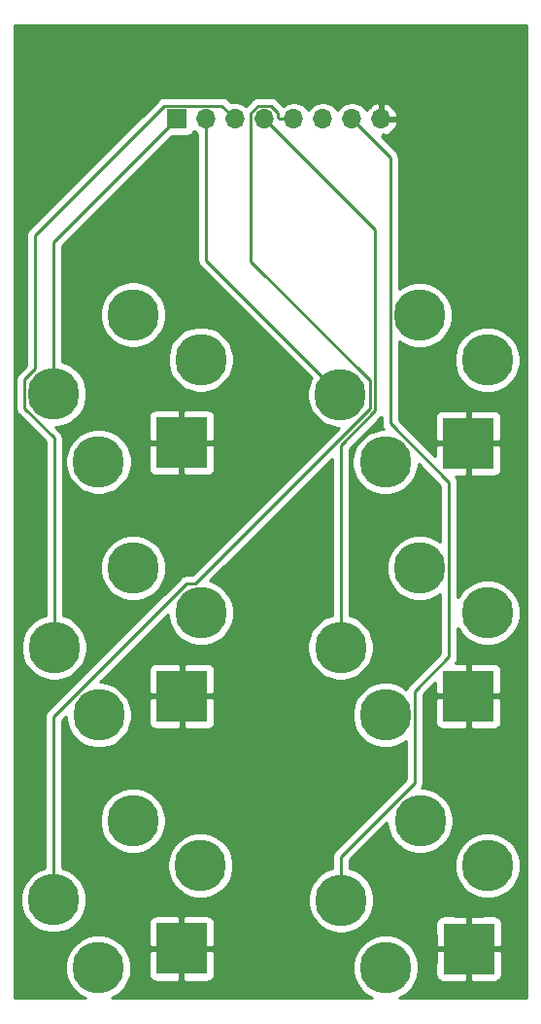
<source format=gbr>
%TF.GenerationSoftware,KiCad,Pcbnew,(5.1.9)-1*%
%TF.CreationDate,2021-08-22T21:38:48+01:00*%
%TF.ProjectId,Simple mixer jack panel,53696d70-6c65-4206-9d69-786572206a61,rev?*%
%TF.SameCoordinates,Original*%
%TF.FileFunction,Copper,L1,Top*%
%TF.FilePolarity,Positive*%
%FSLAX46Y46*%
G04 Gerber Fmt 4.6, Leading zero omitted, Abs format (unit mm)*
G04 Created by KiCad (PCBNEW (5.1.9)-1) date 2021-08-22 21:38:48*
%MOMM*%
%LPD*%
G01*
G04 APERTURE LIST*
%TA.AperFunction,ComponentPad*%
%ADD10C,4.500000*%
%TD*%
%TA.AperFunction,ComponentPad*%
%ADD11R,4.500001X4.500001*%
%TD*%
%TA.AperFunction,ComponentPad*%
%ADD12C,4.500001*%
%TD*%
%TA.AperFunction,ComponentPad*%
%ADD13R,1.700000X1.700000*%
%TD*%
%TA.AperFunction,ComponentPad*%
%ADD14O,1.700000X1.700000*%
%TD*%
%TA.AperFunction,Conductor*%
%ADD15C,0.250000*%
%TD*%
%TA.AperFunction,Conductor*%
%ADD16C,0.254000*%
%TD*%
%TA.AperFunction,Conductor*%
%ADD17C,0.100000*%
%TD*%
G04 APERTURE END LIST*
D10*
%TO.P,J1,T*%
%TO.N,/in1*%
X22610000Y-76650000D03*
D11*
%TO.P,J1,S*%
%TO.N,GND*%
X33750000Y-80890000D03*
D12*
%TO.P,J1,R*%
%TO.N,N/C*%
X29510000Y-69750000D03*
D10*
%TO.P,J1,TN*%
X26510000Y-82550000D03*
D12*
%TO.P,J1,RN*%
X35410000Y-73650000D03*
%TD*%
%TO.P,J2,RN*%
%TO.N,N/C*%
X60390000Y-73700000D03*
D10*
%TO.P,J2,TN*%
X51490000Y-82600000D03*
D12*
%TO.P,J2,R*%
X54490000Y-69800000D03*
D11*
%TO.P,J2,S*%
%TO.N,GND*%
X58730000Y-80940000D03*
D10*
%TO.P,J2,T*%
%TO.N,/in2*%
X47590000Y-76700000D03*
%TD*%
%TO.P,J3,T*%
%TO.N,/in3*%
X22630000Y-98720000D03*
D11*
%TO.P,J3,S*%
%TO.N,GND*%
X33770000Y-102960000D03*
D12*
%TO.P,J3,R*%
%TO.N,N/C*%
X29530000Y-91820000D03*
D10*
%TO.P,J3,TN*%
X26530000Y-104620000D03*
D12*
%TO.P,J3,RN*%
X35430000Y-95720000D03*
%TD*%
%TO.P,J4,RN*%
%TO.N,N/C*%
X60400000Y-95710000D03*
D10*
%TO.P,J4,TN*%
X51500000Y-104610000D03*
D12*
%TO.P,J4,R*%
X54500000Y-91810000D03*
D11*
%TO.P,J4,S*%
%TO.N,GND*%
X58740000Y-102950000D03*
D10*
%TO.P,J4,T*%
%TO.N,/in4*%
X47600000Y-98710000D03*
%TD*%
%TO.P,J5,T*%
%TO.N,/in5*%
X22590000Y-120710000D03*
D11*
%TO.P,J5,S*%
%TO.N,GND*%
X33730000Y-124950000D03*
D12*
%TO.P,J5,R*%
%TO.N,N/C*%
X29490000Y-113810000D03*
D10*
%TO.P,J5,TN*%
X26490000Y-126610000D03*
D12*
%TO.P,J5,RN*%
X35390000Y-117710000D03*
%TD*%
D13*
%TO.P,J6,1*%
%TO.N,/in1*%
X33360000Y-52730000D03*
D14*
%TO.P,J6,2*%
%TO.N,/in2*%
X35900000Y-52730000D03*
%TO.P,J6,3*%
%TO.N,/in3*%
X38440000Y-52730000D03*
%TO.P,J6,4*%
%TO.N,/in4*%
X40980000Y-52730000D03*
%TO.P,J6,5*%
%TO.N,/in5*%
X43520000Y-52730000D03*
%TO.P,J6,6*%
%TO.N,Net-(J6-Pad6)*%
X46060000Y-52730000D03*
%TO.P,J6,7*%
%TO.N,/out*%
X48600000Y-52730000D03*
%TO.P,J6,8*%
%TO.N,GND*%
X51140000Y-52730000D03*
%TD*%
D12*
%TO.P,J7,RN*%
%TO.N,N/C*%
X60440000Y-117720000D03*
D10*
%TO.P,J7,TN*%
X51540000Y-126620000D03*
D12*
%TO.P,J7,R*%
X54540000Y-113820000D03*
D11*
%TO.P,J7,S*%
%TO.N,GND*%
X58780000Y-124960000D03*
D10*
%TO.P,J7,T*%
%TO.N,/out*%
X47640000Y-120720000D03*
%TD*%
D15*
%TO.N,/in1*%
X22610000Y-63480000D02*
X22610000Y-76650000D01*
X33360000Y-52730000D02*
X22610000Y-63480000D01*
%TO.N,/in3*%
X20960011Y-62844987D02*
X20960011Y-74488987D01*
X32249999Y-51554999D02*
X20960011Y-62844987D01*
X20960011Y-74488987D02*
X20034999Y-75413999D01*
X22630000Y-80481002D02*
X22630000Y-98720000D01*
X20034999Y-75413999D02*
X20034999Y-77886001D01*
X37264999Y-51554999D02*
X32249999Y-51554999D01*
X38440000Y-52730000D02*
X37264999Y-51554999D01*
X20034999Y-77886001D02*
X22630000Y-80481002D01*
%TO.N,/in4*%
X47600000Y-81137413D02*
X47600000Y-98710000D01*
X50615012Y-78122401D02*
X47600000Y-81137413D01*
X40980000Y-52730000D02*
X50615012Y-62365012D01*
X50615012Y-62365012D02*
X50615012Y-78122401D01*
%TO.N,/in5*%
X22590000Y-104748998D02*
X22590000Y-120710000D01*
X34193999Y-93144999D02*
X22590000Y-104748998D01*
X34956003Y-93144999D02*
X34193999Y-93144999D01*
X39804999Y-65103997D02*
X50165001Y-75463999D01*
X40415999Y-51554999D02*
X39804999Y-52165999D01*
X41544001Y-51554999D02*
X40415999Y-51554999D01*
X42155001Y-52165999D02*
X41544001Y-51554999D01*
X42155001Y-52567082D02*
X42155001Y-52165999D01*
X42317919Y-52730000D02*
X42155001Y-52567082D01*
X43520000Y-52730000D02*
X42317919Y-52730000D01*
X39804999Y-52165999D02*
X39804999Y-65103997D01*
X50165001Y-77936001D02*
X34956003Y-93144999D01*
X50165001Y-75463999D02*
X50165001Y-77936001D01*
%TO.N,/in2*%
X35900000Y-65010000D02*
X47590000Y-76700000D01*
X35900000Y-52730000D02*
X35900000Y-65010000D01*
%TO.N,/out*%
X47640000Y-116908998D02*
X47640000Y-120720000D01*
X54075001Y-102529997D02*
X54075001Y-110473997D01*
X57075001Y-84373999D02*
X57075001Y-99529997D01*
X51914999Y-79213997D02*
X57075001Y-84373999D01*
X54075001Y-110473997D02*
X47640000Y-116908998D01*
X51914999Y-56044999D02*
X51914999Y-79213997D01*
X57075001Y-99529997D02*
X54075001Y-102529997D01*
X48600000Y-52730000D02*
X51914999Y-56044999D01*
%TD*%
D16*
%TO.N,GND*%
X63850001Y-129261839D02*
X52700905Y-129261839D01*
X52906560Y-129176654D01*
X53379080Y-128860926D01*
X53780926Y-128459080D01*
X54096654Y-127986560D01*
X54314131Y-127461523D01*
X54364162Y-127210000D01*
X55891928Y-127210000D01*
X55904188Y-127334482D01*
X55940498Y-127454180D01*
X55999463Y-127564494D01*
X56078815Y-127661185D01*
X56175506Y-127740537D01*
X56285820Y-127799502D01*
X56405518Y-127835812D01*
X56530000Y-127848072D01*
X58494250Y-127845000D01*
X58653000Y-127686250D01*
X58653000Y-125087000D01*
X58907000Y-125087000D01*
X58907000Y-127686250D01*
X59065750Y-127845000D01*
X61030000Y-127848072D01*
X61154482Y-127835812D01*
X61274180Y-127799502D01*
X61384494Y-127740537D01*
X61481185Y-127661185D01*
X61560537Y-127564494D01*
X61619502Y-127454180D01*
X61655812Y-127334482D01*
X61668072Y-127210000D01*
X61665000Y-125245750D01*
X61506250Y-125087000D01*
X58907000Y-125087000D01*
X58653000Y-125087000D01*
X56053750Y-125087000D01*
X55895000Y-125245750D01*
X55891928Y-127210000D01*
X54364162Y-127210000D01*
X54425000Y-126904148D01*
X54425000Y-126335852D01*
X54314131Y-125778477D01*
X54096654Y-125253440D01*
X53780926Y-124780920D01*
X53379080Y-124379074D01*
X52906560Y-124063346D01*
X52381523Y-123845869D01*
X51824148Y-123735000D01*
X51255852Y-123735000D01*
X50698477Y-123845869D01*
X50173440Y-124063346D01*
X49700920Y-124379074D01*
X49299074Y-124780920D01*
X48983346Y-125253440D01*
X48765869Y-125778477D01*
X48655000Y-126335852D01*
X48655000Y-126904148D01*
X48765869Y-127461523D01*
X48983346Y-127986560D01*
X49299074Y-128459080D01*
X49700920Y-128860926D01*
X50173440Y-129176654D01*
X50379095Y-129261839D01*
X27626763Y-129261839D01*
X27856560Y-129166654D01*
X28329080Y-128850926D01*
X28730926Y-128449080D01*
X29046654Y-127976560D01*
X29264131Y-127451523D01*
X29314162Y-127200000D01*
X30841928Y-127200000D01*
X30854188Y-127324482D01*
X30890498Y-127444180D01*
X30949463Y-127554494D01*
X31028815Y-127651185D01*
X31125506Y-127730537D01*
X31235820Y-127789502D01*
X31355518Y-127825812D01*
X31480000Y-127838072D01*
X33444250Y-127835000D01*
X33603000Y-127676250D01*
X33603000Y-125077000D01*
X33857000Y-125077000D01*
X33857000Y-127676250D01*
X34015750Y-127835000D01*
X35980000Y-127838072D01*
X36104482Y-127825812D01*
X36224180Y-127789502D01*
X36334494Y-127730537D01*
X36431185Y-127651185D01*
X36510537Y-127554494D01*
X36569502Y-127444180D01*
X36605812Y-127324482D01*
X36618072Y-127200000D01*
X36615000Y-125235750D01*
X36456250Y-125077000D01*
X33857000Y-125077000D01*
X33603000Y-125077000D01*
X31003750Y-125077000D01*
X30845000Y-125235750D01*
X30841928Y-127200000D01*
X29314162Y-127200000D01*
X29375000Y-126894148D01*
X29375000Y-126325852D01*
X29264131Y-125768477D01*
X29046654Y-125243440D01*
X28730926Y-124770920D01*
X28329080Y-124369074D01*
X27856560Y-124053346D01*
X27331523Y-123835869D01*
X26774148Y-123725000D01*
X26205852Y-123725000D01*
X25648477Y-123835869D01*
X25123440Y-124053346D01*
X24650920Y-124369074D01*
X24249074Y-124770920D01*
X23933346Y-125243440D01*
X23715869Y-125768477D01*
X23605000Y-126325852D01*
X23605000Y-126894148D01*
X23715869Y-127451523D01*
X23933346Y-127976560D01*
X24249074Y-128449080D01*
X24650920Y-128850926D01*
X25123440Y-129166654D01*
X25353237Y-129261839D01*
X19170000Y-129261839D01*
X19170000Y-75413999D01*
X19271323Y-75413999D01*
X19274999Y-75451322D01*
X19275000Y-77848669D01*
X19271323Y-77886001D01*
X19275000Y-77923334D01*
X19283949Y-78014188D01*
X19285997Y-78034986D01*
X19329453Y-78178247D01*
X19400025Y-78310277D01*
X19470229Y-78395820D01*
X19494999Y-78426002D01*
X19523997Y-78449800D01*
X21870000Y-80795804D01*
X21870001Y-95929653D01*
X21788477Y-95945869D01*
X21263440Y-96163346D01*
X20790920Y-96479074D01*
X20389074Y-96880920D01*
X20073346Y-97353440D01*
X19855869Y-97878477D01*
X19745000Y-98435852D01*
X19745000Y-99004148D01*
X19855869Y-99561523D01*
X20073346Y-100086560D01*
X20389074Y-100559080D01*
X20790920Y-100960926D01*
X21263440Y-101276654D01*
X21788477Y-101494131D01*
X22345852Y-101605000D01*
X22914148Y-101605000D01*
X23471523Y-101494131D01*
X23996560Y-101276654D01*
X24469080Y-100960926D01*
X24870926Y-100559080D01*
X25186654Y-100086560D01*
X25404131Y-99561523D01*
X25515000Y-99004148D01*
X25515000Y-98435852D01*
X25404131Y-97878477D01*
X25186654Y-97353440D01*
X24870926Y-96880920D01*
X24469080Y-96479074D01*
X23996560Y-96163346D01*
X23471523Y-95945869D01*
X23390000Y-95929653D01*
X23390000Y-91535852D01*
X26645000Y-91535852D01*
X26645000Y-92104148D01*
X26755869Y-92661523D01*
X26973346Y-93186560D01*
X27289074Y-93659080D01*
X27690920Y-94060926D01*
X28163440Y-94376654D01*
X28688477Y-94594131D01*
X29245852Y-94705000D01*
X29814148Y-94705000D01*
X30371523Y-94594131D01*
X30896560Y-94376654D01*
X31369080Y-94060926D01*
X31770926Y-93659080D01*
X32086654Y-93186560D01*
X32304131Y-92661523D01*
X32415000Y-92104148D01*
X32415000Y-91535852D01*
X32304131Y-90978477D01*
X32086654Y-90453440D01*
X31770926Y-89980920D01*
X31369080Y-89579074D01*
X30896560Y-89263346D01*
X30371523Y-89045869D01*
X29814148Y-88935000D01*
X29245852Y-88935000D01*
X28688477Y-89045869D01*
X28163440Y-89263346D01*
X27690920Y-89579074D01*
X27289074Y-89980920D01*
X26973346Y-90453440D01*
X26755869Y-90978477D01*
X26645000Y-91535852D01*
X23390000Y-91535852D01*
X23390000Y-82265852D01*
X23625000Y-82265852D01*
X23625000Y-82834148D01*
X23735869Y-83391523D01*
X23953346Y-83916560D01*
X24269074Y-84389080D01*
X24670920Y-84790926D01*
X25143440Y-85106654D01*
X25668477Y-85324131D01*
X26225852Y-85435000D01*
X26794148Y-85435000D01*
X27351523Y-85324131D01*
X27876560Y-85106654D01*
X28349080Y-84790926D01*
X28750926Y-84389080D01*
X29066654Y-83916560D01*
X29284131Y-83391523D01*
X29334162Y-83140000D01*
X30861928Y-83140000D01*
X30874188Y-83264482D01*
X30910498Y-83384180D01*
X30969463Y-83494494D01*
X31048815Y-83591185D01*
X31145506Y-83670537D01*
X31255820Y-83729502D01*
X31375518Y-83765812D01*
X31500000Y-83778072D01*
X33464250Y-83775000D01*
X33623000Y-83616250D01*
X33623000Y-81017000D01*
X33877000Y-81017000D01*
X33877000Y-83616250D01*
X34035750Y-83775000D01*
X36000000Y-83778072D01*
X36124482Y-83765812D01*
X36244180Y-83729502D01*
X36354494Y-83670537D01*
X36451185Y-83591185D01*
X36530537Y-83494494D01*
X36589502Y-83384180D01*
X36625812Y-83264482D01*
X36638072Y-83140000D01*
X36635000Y-81175750D01*
X36476250Y-81017000D01*
X33877000Y-81017000D01*
X33623000Y-81017000D01*
X31023750Y-81017000D01*
X30865000Y-81175750D01*
X30861928Y-83140000D01*
X29334162Y-83140000D01*
X29395000Y-82834148D01*
X29395000Y-82265852D01*
X29284131Y-81708477D01*
X29066654Y-81183440D01*
X28750926Y-80710920D01*
X28349080Y-80309074D01*
X27876560Y-79993346D01*
X27351523Y-79775869D01*
X26794148Y-79665000D01*
X26225852Y-79665000D01*
X25668477Y-79775869D01*
X25143440Y-79993346D01*
X24670920Y-80309074D01*
X24269074Y-80710920D01*
X23953346Y-81183440D01*
X23735869Y-81708477D01*
X23625000Y-82265852D01*
X23390000Y-82265852D01*
X23390000Y-80518335D01*
X23393677Y-80481002D01*
X23379003Y-80332016D01*
X23335546Y-80188755D01*
X23264974Y-80056726D01*
X23193799Y-79969999D01*
X23170001Y-79941001D01*
X23141004Y-79917204D01*
X22758800Y-79535000D01*
X22894148Y-79535000D01*
X23451523Y-79424131D01*
X23976560Y-79206654D01*
X24449080Y-78890926D01*
X24700006Y-78640000D01*
X30861928Y-78640000D01*
X30865000Y-80604250D01*
X31023750Y-80763000D01*
X33623000Y-80763000D01*
X33623000Y-78163750D01*
X33877000Y-78163750D01*
X33877000Y-80763000D01*
X36476250Y-80763000D01*
X36635000Y-80604250D01*
X36638072Y-78640000D01*
X36625812Y-78515518D01*
X36589502Y-78395820D01*
X36530537Y-78285506D01*
X36451185Y-78188815D01*
X36354494Y-78109463D01*
X36244180Y-78050498D01*
X36124482Y-78014188D01*
X36000000Y-78001928D01*
X34035750Y-78005000D01*
X33877000Y-78163750D01*
X33623000Y-78163750D01*
X33464250Y-78005000D01*
X31500000Y-78001928D01*
X31375518Y-78014188D01*
X31255820Y-78050498D01*
X31145506Y-78109463D01*
X31048815Y-78188815D01*
X30969463Y-78285506D01*
X30910498Y-78395820D01*
X30874188Y-78515518D01*
X30861928Y-78640000D01*
X24700006Y-78640000D01*
X24850926Y-78489080D01*
X25166654Y-78016560D01*
X25384131Y-77491523D01*
X25495000Y-76934148D01*
X25495000Y-76365852D01*
X25384131Y-75808477D01*
X25166654Y-75283440D01*
X24850926Y-74810920D01*
X24449080Y-74409074D01*
X23976560Y-74093346D01*
X23451523Y-73875869D01*
X23370000Y-73859653D01*
X23370000Y-73365852D01*
X32525000Y-73365852D01*
X32525000Y-73934148D01*
X32635869Y-74491523D01*
X32853346Y-75016560D01*
X33169074Y-75489080D01*
X33570920Y-75890926D01*
X34043440Y-76206654D01*
X34568477Y-76424131D01*
X35125852Y-76535000D01*
X35694148Y-76535000D01*
X36251523Y-76424131D01*
X36776560Y-76206654D01*
X37249080Y-75890926D01*
X37650926Y-75489080D01*
X37966654Y-75016560D01*
X38184131Y-74491523D01*
X38295000Y-73934148D01*
X38295000Y-73365852D01*
X38184131Y-72808477D01*
X37966654Y-72283440D01*
X37650926Y-71810920D01*
X37249080Y-71409074D01*
X36776560Y-71093346D01*
X36251523Y-70875869D01*
X35694148Y-70765000D01*
X35125852Y-70765000D01*
X34568477Y-70875869D01*
X34043440Y-71093346D01*
X33570920Y-71409074D01*
X33169074Y-71810920D01*
X32853346Y-72283440D01*
X32635869Y-72808477D01*
X32525000Y-73365852D01*
X23370000Y-73365852D01*
X23370000Y-69465852D01*
X26625000Y-69465852D01*
X26625000Y-70034148D01*
X26735869Y-70591523D01*
X26953346Y-71116560D01*
X27269074Y-71589080D01*
X27670920Y-71990926D01*
X28143440Y-72306654D01*
X28668477Y-72524131D01*
X29225852Y-72635000D01*
X29794148Y-72635000D01*
X30351523Y-72524131D01*
X30876560Y-72306654D01*
X31349080Y-71990926D01*
X31750926Y-71589080D01*
X32066654Y-71116560D01*
X32284131Y-70591523D01*
X32395000Y-70034148D01*
X32395000Y-69465852D01*
X32284131Y-68908477D01*
X32066654Y-68383440D01*
X31750926Y-67910920D01*
X31349080Y-67509074D01*
X30876560Y-67193346D01*
X30351523Y-66975869D01*
X29794148Y-66865000D01*
X29225852Y-66865000D01*
X28668477Y-66975869D01*
X28143440Y-67193346D01*
X27670920Y-67509074D01*
X27269074Y-67910920D01*
X26953346Y-68383440D01*
X26735869Y-68908477D01*
X26625000Y-69465852D01*
X23370000Y-69465852D01*
X23370000Y-63794801D01*
X32946730Y-54218072D01*
X34210000Y-54218072D01*
X34334482Y-54205812D01*
X34454180Y-54169502D01*
X34564494Y-54110537D01*
X34661185Y-54031185D01*
X34740537Y-53934494D01*
X34799502Y-53824180D01*
X34821513Y-53751620D01*
X34953368Y-53883475D01*
X35140000Y-54008179D01*
X35140001Y-64972668D01*
X35136324Y-65010000D01*
X35150998Y-65158985D01*
X35194454Y-65302246D01*
X35265026Y-65434276D01*
X35336201Y-65521002D01*
X35360000Y-65550001D01*
X35388998Y-65573799D01*
X45079526Y-75264327D01*
X45033346Y-75333440D01*
X44815869Y-75858477D01*
X44705000Y-76415852D01*
X44705000Y-76984148D01*
X44815869Y-77541523D01*
X45033346Y-78066560D01*
X45349074Y-78539080D01*
X45750920Y-78940926D01*
X46223440Y-79256654D01*
X46748477Y-79474131D01*
X47305852Y-79585000D01*
X47441200Y-79585000D01*
X34641202Y-92384999D01*
X34231324Y-92384999D01*
X34193999Y-92381323D01*
X34156674Y-92384999D01*
X34156666Y-92384999D01*
X34045013Y-92395996D01*
X33901752Y-92439453D01*
X33769723Y-92510025D01*
X33653998Y-92604998D01*
X33630200Y-92633996D01*
X22079003Y-104185194D01*
X22049999Y-104208997D01*
X21994871Y-104276172D01*
X21955026Y-104324722D01*
X21949077Y-104335852D01*
X21884454Y-104456752D01*
X21840997Y-104600013D01*
X21830000Y-104711666D01*
X21830000Y-104711676D01*
X21826324Y-104748998D01*
X21830000Y-104786320D01*
X21830001Y-117919653D01*
X21748477Y-117935869D01*
X21223440Y-118153346D01*
X20750920Y-118469074D01*
X20349074Y-118870920D01*
X20033346Y-119343440D01*
X19815869Y-119868477D01*
X19705000Y-120425852D01*
X19705000Y-120994148D01*
X19815869Y-121551523D01*
X20033346Y-122076560D01*
X20349074Y-122549080D01*
X20750920Y-122950926D01*
X21223440Y-123266654D01*
X21748477Y-123484131D01*
X22305852Y-123595000D01*
X22874148Y-123595000D01*
X23431523Y-123484131D01*
X23956560Y-123266654D01*
X24429080Y-122950926D01*
X24680006Y-122700000D01*
X30841928Y-122700000D01*
X30845000Y-124664250D01*
X31003750Y-124823000D01*
X33603000Y-124823000D01*
X33603000Y-122223750D01*
X33857000Y-122223750D01*
X33857000Y-124823000D01*
X36456250Y-124823000D01*
X36615000Y-124664250D01*
X36618072Y-122700000D01*
X36605812Y-122575518D01*
X36569502Y-122455820D01*
X36510537Y-122345506D01*
X36431185Y-122248815D01*
X36334494Y-122169463D01*
X36224180Y-122110498D01*
X36104482Y-122074188D01*
X35980000Y-122061928D01*
X34015750Y-122065000D01*
X33857000Y-122223750D01*
X33603000Y-122223750D01*
X33444250Y-122065000D01*
X31480000Y-122061928D01*
X31355518Y-122074188D01*
X31235820Y-122110498D01*
X31125506Y-122169463D01*
X31028815Y-122248815D01*
X30949463Y-122345506D01*
X30890498Y-122455820D01*
X30854188Y-122575518D01*
X30841928Y-122700000D01*
X24680006Y-122700000D01*
X24830926Y-122549080D01*
X25146654Y-122076560D01*
X25364131Y-121551523D01*
X25475000Y-120994148D01*
X25475000Y-120425852D01*
X25364131Y-119868477D01*
X25146654Y-119343440D01*
X24830926Y-118870920D01*
X24429080Y-118469074D01*
X23956560Y-118153346D01*
X23431523Y-117935869D01*
X23350000Y-117919653D01*
X23350000Y-117425852D01*
X32505000Y-117425852D01*
X32505000Y-117994148D01*
X32615869Y-118551523D01*
X32833346Y-119076560D01*
X33149074Y-119549080D01*
X33550920Y-119950926D01*
X34023440Y-120266654D01*
X34548477Y-120484131D01*
X35105852Y-120595000D01*
X35674148Y-120595000D01*
X36231523Y-120484131D01*
X36756560Y-120266654D01*
X37229080Y-119950926D01*
X37630926Y-119549080D01*
X37946654Y-119076560D01*
X38164131Y-118551523D01*
X38275000Y-117994148D01*
X38275000Y-117425852D01*
X38164131Y-116868477D01*
X37946654Y-116343440D01*
X37630926Y-115870920D01*
X37229080Y-115469074D01*
X36756560Y-115153346D01*
X36231523Y-114935869D01*
X35674148Y-114825000D01*
X35105852Y-114825000D01*
X34548477Y-114935869D01*
X34023440Y-115153346D01*
X33550920Y-115469074D01*
X33149074Y-115870920D01*
X32833346Y-116343440D01*
X32615869Y-116868477D01*
X32505000Y-117425852D01*
X23350000Y-117425852D01*
X23350000Y-113525852D01*
X26605000Y-113525852D01*
X26605000Y-114094148D01*
X26715869Y-114651523D01*
X26933346Y-115176560D01*
X27249074Y-115649080D01*
X27650920Y-116050926D01*
X28123440Y-116366654D01*
X28648477Y-116584131D01*
X29205852Y-116695000D01*
X29774148Y-116695000D01*
X30331523Y-116584131D01*
X30856560Y-116366654D01*
X31329080Y-116050926D01*
X31730926Y-115649080D01*
X32046654Y-115176560D01*
X32264131Y-114651523D01*
X32375000Y-114094148D01*
X32375000Y-113525852D01*
X32264131Y-112968477D01*
X32046654Y-112443440D01*
X31730926Y-111970920D01*
X31329080Y-111569074D01*
X30856560Y-111253346D01*
X30331523Y-111035869D01*
X29774148Y-110925000D01*
X29205852Y-110925000D01*
X28648477Y-111035869D01*
X28123440Y-111253346D01*
X27650920Y-111569074D01*
X27249074Y-111970920D01*
X26933346Y-112443440D01*
X26715869Y-112968477D01*
X26605000Y-113525852D01*
X23350000Y-113525852D01*
X23350000Y-105063799D01*
X23645000Y-104768799D01*
X23645000Y-104904148D01*
X23755869Y-105461523D01*
X23973346Y-105986560D01*
X24289074Y-106459080D01*
X24690920Y-106860926D01*
X25163440Y-107176654D01*
X25688477Y-107394131D01*
X26245852Y-107505000D01*
X26814148Y-107505000D01*
X27371523Y-107394131D01*
X27896560Y-107176654D01*
X28369080Y-106860926D01*
X28770926Y-106459080D01*
X29086654Y-105986560D01*
X29304131Y-105461523D01*
X29354162Y-105210000D01*
X30881928Y-105210000D01*
X30894188Y-105334482D01*
X30930498Y-105454180D01*
X30989463Y-105564494D01*
X31068815Y-105661185D01*
X31165506Y-105740537D01*
X31275820Y-105799502D01*
X31395518Y-105835812D01*
X31520000Y-105848072D01*
X33484250Y-105845000D01*
X33643000Y-105686250D01*
X33643000Y-103087000D01*
X33897000Y-103087000D01*
X33897000Y-105686250D01*
X34055750Y-105845000D01*
X36020000Y-105848072D01*
X36144482Y-105835812D01*
X36264180Y-105799502D01*
X36374494Y-105740537D01*
X36471185Y-105661185D01*
X36550537Y-105564494D01*
X36609502Y-105454180D01*
X36645812Y-105334482D01*
X36658072Y-105210000D01*
X36655000Y-103245750D01*
X36496250Y-103087000D01*
X33897000Y-103087000D01*
X33643000Y-103087000D01*
X31043750Y-103087000D01*
X30885000Y-103245750D01*
X30881928Y-105210000D01*
X29354162Y-105210000D01*
X29415000Y-104904148D01*
X29415000Y-104335852D01*
X29304131Y-103778477D01*
X29086654Y-103253440D01*
X28770926Y-102780920D01*
X28369080Y-102379074D01*
X27896560Y-102063346D01*
X27371523Y-101845869D01*
X26814148Y-101735000D01*
X26678799Y-101735000D01*
X27703799Y-100710000D01*
X30881928Y-100710000D01*
X30885000Y-102674250D01*
X31043750Y-102833000D01*
X33643000Y-102833000D01*
X33643000Y-100233750D01*
X33897000Y-100233750D01*
X33897000Y-102833000D01*
X36496250Y-102833000D01*
X36655000Y-102674250D01*
X36658072Y-100710000D01*
X36645812Y-100585518D01*
X36609502Y-100465820D01*
X36550537Y-100355506D01*
X36471185Y-100258815D01*
X36374494Y-100179463D01*
X36264180Y-100120498D01*
X36144482Y-100084188D01*
X36020000Y-100071928D01*
X34055750Y-100075000D01*
X33897000Y-100233750D01*
X33643000Y-100233750D01*
X33484250Y-100075000D01*
X31520000Y-100071928D01*
X31395518Y-100084188D01*
X31275820Y-100120498D01*
X31165506Y-100179463D01*
X31068815Y-100258815D01*
X30989463Y-100355506D01*
X30930498Y-100465820D01*
X30894188Y-100585518D01*
X30881928Y-100710000D01*
X27703799Y-100710000D01*
X32545000Y-95868800D01*
X32545000Y-96004148D01*
X32655869Y-96561523D01*
X32873346Y-97086560D01*
X33189074Y-97559080D01*
X33590920Y-97960926D01*
X34063440Y-98276654D01*
X34588477Y-98494131D01*
X35145852Y-98605000D01*
X35714148Y-98605000D01*
X36271523Y-98494131D01*
X36796560Y-98276654D01*
X37269080Y-97960926D01*
X37670926Y-97559080D01*
X37986654Y-97086560D01*
X38204131Y-96561523D01*
X38315000Y-96004148D01*
X38315000Y-95435852D01*
X38204131Y-94878477D01*
X37986654Y-94353440D01*
X37670926Y-93880920D01*
X37269080Y-93479074D01*
X36796560Y-93163346D01*
X36271523Y-92945869D01*
X36236834Y-92938969D01*
X46840000Y-82335804D01*
X46840001Y-95919653D01*
X46758477Y-95935869D01*
X46233440Y-96153346D01*
X45760920Y-96469074D01*
X45359074Y-96870920D01*
X45043346Y-97343440D01*
X44825869Y-97868477D01*
X44715000Y-98425852D01*
X44715000Y-98994148D01*
X44825869Y-99551523D01*
X45043346Y-100076560D01*
X45359074Y-100549080D01*
X45760920Y-100950926D01*
X46233440Y-101266654D01*
X46758477Y-101484131D01*
X47315852Y-101595000D01*
X47884148Y-101595000D01*
X48441523Y-101484131D01*
X48966560Y-101266654D01*
X49439080Y-100950926D01*
X49840926Y-100549080D01*
X50156654Y-100076560D01*
X50374131Y-99551523D01*
X50485000Y-98994148D01*
X50485000Y-98425852D01*
X50374131Y-97868477D01*
X50156654Y-97343440D01*
X49840926Y-96870920D01*
X49439080Y-96469074D01*
X48966560Y-96153346D01*
X48441523Y-95935869D01*
X48360000Y-95919653D01*
X48360000Y-81452214D01*
X51126015Y-78686200D01*
X51155000Y-78662413D01*
X51155000Y-79176664D01*
X51151323Y-79213997D01*
X51165997Y-79362982D01*
X51209453Y-79506243D01*
X51280025Y-79638273D01*
X51301960Y-79665000D01*
X51342994Y-79715000D01*
X51205852Y-79715000D01*
X50648477Y-79825869D01*
X50123440Y-80043346D01*
X49650920Y-80359074D01*
X49249074Y-80760920D01*
X48933346Y-81233440D01*
X48715869Y-81758477D01*
X48605000Y-82315852D01*
X48605000Y-82884148D01*
X48715869Y-83441523D01*
X48933346Y-83966560D01*
X49249074Y-84439080D01*
X49650920Y-84840926D01*
X50123440Y-85156654D01*
X50648477Y-85374131D01*
X51205852Y-85485000D01*
X51774148Y-85485000D01*
X52331523Y-85374131D01*
X52856560Y-85156654D01*
X53329080Y-84840926D01*
X53730926Y-84439080D01*
X54046654Y-83966560D01*
X54264131Y-83441523D01*
X54375000Y-82884148D01*
X54375000Y-82748800D01*
X56315001Y-84688801D01*
X56315001Y-89552985D01*
X55866560Y-89253346D01*
X55341523Y-89035869D01*
X54784148Y-88925000D01*
X54215852Y-88925000D01*
X53658477Y-89035869D01*
X53133440Y-89253346D01*
X52660920Y-89569074D01*
X52259074Y-89970920D01*
X51943346Y-90443440D01*
X51725869Y-90968477D01*
X51615000Y-91525852D01*
X51615000Y-92094148D01*
X51725869Y-92651523D01*
X51943346Y-93176560D01*
X52259074Y-93649080D01*
X52660920Y-94050926D01*
X53133440Y-94366654D01*
X53658477Y-94584131D01*
X54215852Y-94695000D01*
X54784148Y-94695000D01*
X55341523Y-94584131D01*
X55866560Y-94366654D01*
X56315002Y-94067015D01*
X56315002Y-99215194D01*
X53564004Y-101966193D01*
X53535000Y-101989996D01*
X53479872Y-102057171D01*
X53440027Y-102105721D01*
X53369456Y-102237750D01*
X53369455Y-102237751D01*
X53331214Y-102363818D01*
X52866560Y-102053346D01*
X52341523Y-101835869D01*
X51784148Y-101725000D01*
X51215852Y-101725000D01*
X50658477Y-101835869D01*
X50133440Y-102053346D01*
X49660920Y-102369074D01*
X49259074Y-102770920D01*
X48943346Y-103243440D01*
X48725869Y-103768477D01*
X48615000Y-104325852D01*
X48615000Y-104894148D01*
X48725869Y-105451523D01*
X48943346Y-105976560D01*
X49259074Y-106449080D01*
X49660920Y-106850926D01*
X50133440Y-107166654D01*
X50658477Y-107384131D01*
X51215852Y-107495000D01*
X51784148Y-107495000D01*
X52341523Y-107384131D01*
X52866560Y-107166654D01*
X53315002Y-106867015D01*
X53315002Y-110159194D01*
X47129003Y-116345194D01*
X47099999Y-116368997D01*
X47044871Y-116436172D01*
X47005026Y-116484722D01*
X46946545Y-116594131D01*
X46934454Y-116616752D01*
X46890997Y-116760013D01*
X46880000Y-116871666D01*
X46880000Y-116871676D01*
X46876324Y-116908998D01*
X46880000Y-116946321D01*
X46880000Y-117929653D01*
X46798477Y-117945869D01*
X46273440Y-118163346D01*
X45800920Y-118479074D01*
X45399074Y-118880920D01*
X45083346Y-119353440D01*
X44865869Y-119878477D01*
X44755000Y-120435852D01*
X44755000Y-121004148D01*
X44865869Y-121561523D01*
X45083346Y-122086560D01*
X45399074Y-122559080D01*
X45800920Y-122960926D01*
X46273440Y-123276654D01*
X46798477Y-123494131D01*
X47355852Y-123605000D01*
X47924148Y-123605000D01*
X48481523Y-123494131D01*
X49006560Y-123276654D01*
X49479080Y-122960926D01*
X49730006Y-122710000D01*
X55891928Y-122710000D01*
X55895000Y-124674250D01*
X56053750Y-124833000D01*
X58653000Y-124833000D01*
X58653000Y-122233750D01*
X58907000Y-122233750D01*
X58907000Y-124833000D01*
X61506250Y-124833000D01*
X61665000Y-124674250D01*
X61668072Y-122710000D01*
X61655812Y-122585518D01*
X61619502Y-122465820D01*
X61560537Y-122355506D01*
X61481185Y-122258815D01*
X61384494Y-122179463D01*
X61274180Y-122120498D01*
X61154482Y-122084188D01*
X61030000Y-122071928D01*
X59065750Y-122075000D01*
X58907000Y-122233750D01*
X58653000Y-122233750D01*
X58494250Y-122075000D01*
X56530000Y-122071928D01*
X56405518Y-122084188D01*
X56285820Y-122120498D01*
X56175506Y-122179463D01*
X56078815Y-122258815D01*
X55999463Y-122355506D01*
X55940498Y-122465820D01*
X55904188Y-122585518D01*
X55891928Y-122710000D01*
X49730006Y-122710000D01*
X49880926Y-122559080D01*
X50196654Y-122086560D01*
X50414131Y-121561523D01*
X50525000Y-121004148D01*
X50525000Y-120435852D01*
X50414131Y-119878477D01*
X50196654Y-119353440D01*
X49880926Y-118880920D01*
X49479080Y-118479074D01*
X49006560Y-118163346D01*
X48481523Y-117945869D01*
X48400000Y-117929653D01*
X48400000Y-117435852D01*
X57555000Y-117435852D01*
X57555000Y-118004148D01*
X57665869Y-118561523D01*
X57883346Y-119086560D01*
X58199074Y-119559080D01*
X58600920Y-119960926D01*
X59073440Y-120276654D01*
X59598477Y-120494131D01*
X60155852Y-120605000D01*
X60724148Y-120605000D01*
X61281523Y-120494131D01*
X61806560Y-120276654D01*
X62279080Y-119960926D01*
X62680926Y-119559080D01*
X62996654Y-119086560D01*
X63214131Y-118561523D01*
X63325000Y-118004148D01*
X63325000Y-117435852D01*
X63214131Y-116878477D01*
X62996654Y-116353440D01*
X62680926Y-115880920D01*
X62279080Y-115479074D01*
X61806560Y-115163346D01*
X61281523Y-114945869D01*
X60724148Y-114835000D01*
X60155852Y-114835000D01*
X59598477Y-114945869D01*
X59073440Y-115163346D01*
X58600920Y-115479074D01*
X58199074Y-115880920D01*
X57883346Y-116353440D01*
X57665869Y-116878477D01*
X57555000Y-117435852D01*
X48400000Y-117435852D01*
X48400000Y-117223799D01*
X51655000Y-113968800D01*
X51655000Y-114104148D01*
X51765869Y-114661523D01*
X51983346Y-115186560D01*
X52299074Y-115659080D01*
X52700920Y-116060926D01*
X53173440Y-116376654D01*
X53698477Y-116594131D01*
X54255852Y-116705000D01*
X54824148Y-116705000D01*
X55381523Y-116594131D01*
X55906560Y-116376654D01*
X56379080Y-116060926D01*
X56780926Y-115659080D01*
X57096654Y-115186560D01*
X57314131Y-114661523D01*
X57425000Y-114104148D01*
X57425000Y-113535852D01*
X57314131Y-112978477D01*
X57096654Y-112453440D01*
X56780926Y-111980920D01*
X56379080Y-111579074D01*
X55906560Y-111263346D01*
X55381523Y-111045869D01*
X54824148Y-110935000D01*
X54679834Y-110935000D01*
X54709975Y-110898273D01*
X54780547Y-110766244D01*
X54824004Y-110622983D01*
X54835001Y-110511330D01*
X54835001Y-110511322D01*
X54838677Y-110473997D01*
X54835001Y-110436672D01*
X54835001Y-105200000D01*
X55851928Y-105200000D01*
X55864188Y-105324482D01*
X55900498Y-105444180D01*
X55959463Y-105554494D01*
X56038815Y-105651185D01*
X56135506Y-105730537D01*
X56245820Y-105789502D01*
X56365518Y-105825812D01*
X56490000Y-105838072D01*
X58454250Y-105835000D01*
X58613000Y-105676250D01*
X58613000Y-103077000D01*
X58867000Y-103077000D01*
X58867000Y-105676250D01*
X59025750Y-105835000D01*
X60990000Y-105838072D01*
X61114482Y-105825812D01*
X61234180Y-105789502D01*
X61344494Y-105730537D01*
X61441185Y-105651185D01*
X61520537Y-105554494D01*
X61579502Y-105444180D01*
X61615812Y-105324482D01*
X61628072Y-105200000D01*
X61625000Y-103235750D01*
X61466250Y-103077000D01*
X58867000Y-103077000D01*
X58613000Y-103077000D01*
X56013750Y-103077000D01*
X55855000Y-103235750D01*
X55851928Y-105200000D01*
X54835001Y-105200000D01*
X54835001Y-102844798D01*
X55853689Y-101826110D01*
X55855000Y-102664250D01*
X56013750Y-102823000D01*
X58613000Y-102823000D01*
X58613000Y-100223750D01*
X58867000Y-100223750D01*
X58867000Y-102823000D01*
X61466250Y-102823000D01*
X61625000Y-102664250D01*
X61628072Y-100700000D01*
X61615812Y-100575518D01*
X61579502Y-100455820D01*
X61520537Y-100345506D01*
X61441185Y-100248815D01*
X61344494Y-100169463D01*
X61234180Y-100110498D01*
X61114482Y-100074188D01*
X60990000Y-100061928D01*
X59025750Y-100065000D01*
X58867000Y-100223750D01*
X58613000Y-100223750D01*
X58454250Y-100065000D01*
X57620174Y-100063696D01*
X57709975Y-99954273D01*
X57780547Y-99822244D01*
X57824004Y-99678983D01*
X57835001Y-99567330D01*
X57835001Y-99567322D01*
X57838677Y-99529997D01*
X57835001Y-99492672D01*
X57835001Y-97056413D01*
X57843346Y-97076560D01*
X58159074Y-97549080D01*
X58560920Y-97950926D01*
X59033440Y-98266654D01*
X59558477Y-98484131D01*
X60115852Y-98595000D01*
X60684148Y-98595000D01*
X61241523Y-98484131D01*
X61766560Y-98266654D01*
X62239080Y-97950926D01*
X62640926Y-97549080D01*
X62956654Y-97076560D01*
X63174131Y-96551523D01*
X63285000Y-95994148D01*
X63285000Y-95425852D01*
X63174131Y-94868477D01*
X62956654Y-94343440D01*
X62640926Y-93870920D01*
X62239080Y-93469074D01*
X61766560Y-93153346D01*
X61241523Y-92935869D01*
X60684148Y-92825000D01*
X60115852Y-92825000D01*
X59558477Y-92935869D01*
X59033440Y-93153346D01*
X58560920Y-93469074D01*
X58159074Y-93870920D01*
X57843346Y-94343440D01*
X57835001Y-94363587D01*
X57835001Y-84411322D01*
X57838677Y-84373999D01*
X57835001Y-84336676D01*
X57835001Y-84336666D01*
X57824004Y-84225013D01*
X57780547Y-84081752D01*
X57709975Y-83949723D01*
X57615002Y-83833998D01*
X57605636Y-83826312D01*
X58444250Y-83825000D01*
X58603000Y-83666250D01*
X58603000Y-81067000D01*
X58857000Y-81067000D01*
X58857000Y-83666250D01*
X59015750Y-83825000D01*
X60980000Y-83828072D01*
X61104482Y-83815812D01*
X61224180Y-83779502D01*
X61334494Y-83720537D01*
X61431185Y-83641185D01*
X61510537Y-83544494D01*
X61569502Y-83434180D01*
X61605812Y-83314482D01*
X61618072Y-83190000D01*
X61615000Y-81225750D01*
X61456250Y-81067000D01*
X58857000Y-81067000D01*
X58603000Y-81067000D01*
X56003750Y-81067000D01*
X55845000Y-81225750D01*
X55843683Y-82067879D01*
X52674999Y-78899196D01*
X52674999Y-78690000D01*
X55841928Y-78690000D01*
X55845000Y-80654250D01*
X56003750Y-80813000D01*
X58603000Y-80813000D01*
X58603000Y-78213750D01*
X58857000Y-78213750D01*
X58857000Y-80813000D01*
X61456250Y-80813000D01*
X61615000Y-80654250D01*
X61618072Y-78690000D01*
X61605812Y-78565518D01*
X61569502Y-78445820D01*
X61510537Y-78335506D01*
X61431185Y-78238815D01*
X61334494Y-78159463D01*
X61224180Y-78100498D01*
X61104482Y-78064188D01*
X60980000Y-78051928D01*
X59015750Y-78055000D01*
X58857000Y-78213750D01*
X58603000Y-78213750D01*
X58444250Y-78055000D01*
X56480000Y-78051928D01*
X56355518Y-78064188D01*
X56235820Y-78100498D01*
X56125506Y-78159463D01*
X56028815Y-78238815D01*
X55949463Y-78335506D01*
X55890498Y-78445820D01*
X55854188Y-78565518D01*
X55841928Y-78690000D01*
X52674999Y-78690000D01*
X52674999Y-73415852D01*
X57505000Y-73415852D01*
X57505000Y-73984148D01*
X57615869Y-74541523D01*
X57833346Y-75066560D01*
X58149074Y-75539080D01*
X58550920Y-75940926D01*
X59023440Y-76256654D01*
X59548477Y-76474131D01*
X60105852Y-76585000D01*
X60674148Y-76585000D01*
X61231523Y-76474131D01*
X61756560Y-76256654D01*
X62229080Y-75940926D01*
X62630926Y-75539080D01*
X62946654Y-75066560D01*
X63164131Y-74541523D01*
X63275000Y-73984148D01*
X63275000Y-73415852D01*
X63164131Y-72858477D01*
X62946654Y-72333440D01*
X62630926Y-71860920D01*
X62229080Y-71459074D01*
X61756560Y-71143346D01*
X61231523Y-70925869D01*
X60674148Y-70815000D01*
X60105852Y-70815000D01*
X59548477Y-70925869D01*
X59023440Y-71143346D01*
X58550920Y-71459074D01*
X58149074Y-71860920D01*
X57833346Y-72333440D01*
X57615869Y-72858477D01*
X57505000Y-73415852D01*
X52674999Y-73415852D01*
X52674999Y-72057015D01*
X53123440Y-72356654D01*
X53648477Y-72574131D01*
X54205852Y-72685000D01*
X54774148Y-72685000D01*
X55331523Y-72574131D01*
X55856560Y-72356654D01*
X56329080Y-72040926D01*
X56730926Y-71639080D01*
X57046654Y-71166560D01*
X57264131Y-70641523D01*
X57375000Y-70084148D01*
X57375000Y-69515852D01*
X57264131Y-68958477D01*
X57046654Y-68433440D01*
X56730926Y-67960920D01*
X56329080Y-67559074D01*
X55856560Y-67243346D01*
X55331523Y-67025869D01*
X54774148Y-66915000D01*
X54205852Y-66915000D01*
X53648477Y-67025869D01*
X53123440Y-67243346D01*
X52674999Y-67542985D01*
X52674999Y-56082332D01*
X52678676Y-56044999D01*
X52664002Y-55896013D01*
X52620545Y-55752752D01*
X52549973Y-55620723D01*
X52478798Y-55533996D01*
X52455000Y-55504998D01*
X52426003Y-55481201D01*
X51159801Y-54215000D01*
X51267002Y-54215000D01*
X51267002Y-54050156D01*
X51496890Y-54171476D01*
X51644099Y-54126825D01*
X51906920Y-54001641D01*
X52140269Y-53827588D01*
X52335178Y-53611355D01*
X52484157Y-53361252D01*
X52581481Y-53086891D01*
X52460814Y-52857000D01*
X51267000Y-52857000D01*
X51267000Y-52877000D01*
X51013000Y-52877000D01*
X51013000Y-52857000D01*
X50993000Y-52857000D01*
X50993000Y-52603000D01*
X51013000Y-52603000D01*
X51013000Y-51409845D01*
X51267000Y-51409845D01*
X51267000Y-52603000D01*
X52460814Y-52603000D01*
X52581481Y-52373109D01*
X52484157Y-52098748D01*
X52335178Y-51848645D01*
X52140269Y-51632412D01*
X51906920Y-51458359D01*
X51644099Y-51333175D01*
X51496890Y-51288524D01*
X51267000Y-51409845D01*
X51013000Y-51409845D01*
X50783110Y-51288524D01*
X50635901Y-51333175D01*
X50373080Y-51458359D01*
X50139731Y-51632412D01*
X49944822Y-51848645D01*
X49875195Y-51965534D01*
X49753475Y-51783368D01*
X49546632Y-51576525D01*
X49303411Y-51414010D01*
X49033158Y-51302068D01*
X48746260Y-51245000D01*
X48453740Y-51245000D01*
X48166842Y-51302068D01*
X47896589Y-51414010D01*
X47653368Y-51576525D01*
X47446525Y-51783368D01*
X47330000Y-51957760D01*
X47213475Y-51783368D01*
X47006632Y-51576525D01*
X46763411Y-51414010D01*
X46493158Y-51302068D01*
X46206260Y-51245000D01*
X45913740Y-51245000D01*
X45626842Y-51302068D01*
X45356589Y-51414010D01*
X45113368Y-51576525D01*
X44906525Y-51783368D01*
X44790000Y-51957760D01*
X44673475Y-51783368D01*
X44466632Y-51576525D01*
X44223411Y-51414010D01*
X43953158Y-51302068D01*
X43666260Y-51245000D01*
X43373740Y-51245000D01*
X43086842Y-51302068D01*
X42816589Y-51414010D01*
X42613509Y-51549704D01*
X42107804Y-51044001D01*
X42084002Y-51014998D01*
X41968277Y-50920025D01*
X41836248Y-50849453D01*
X41692987Y-50805996D01*
X41581334Y-50794999D01*
X41581323Y-50794999D01*
X41544001Y-50791323D01*
X41506679Y-50794999D01*
X40453321Y-50794999D01*
X40415998Y-50791323D01*
X40378675Y-50794999D01*
X40378666Y-50794999D01*
X40267013Y-50805996D01*
X40123752Y-50849453D01*
X39991723Y-50920025D01*
X39991721Y-50920026D01*
X39991722Y-50920026D01*
X39904995Y-50991200D01*
X39904991Y-50991204D01*
X39875998Y-51014998D01*
X39852204Y-51043991D01*
X39346492Y-51549704D01*
X39143411Y-51414010D01*
X38873158Y-51302068D01*
X38586260Y-51245000D01*
X38293740Y-51245000D01*
X38073592Y-51288791D01*
X37828803Y-51044002D01*
X37805000Y-51014998D01*
X37689275Y-50920025D01*
X37557246Y-50849453D01*
X37413985Y-50805996D01*
X37302332Y-50794999D01*
X37302321Y-50794999D01*
X37264999Y-50791323D01*
X37227677Y-50794999D01*
X32287321Y-50794999D01*
X32249998Y-50791323D01*
X32212675Y-50794999D01*
X32212666Y-50794999D01*
X32101013Y-50805996D01*
X31957752Y-50849453D01*
X31825722Y-50920025D01*
X31742082Y-50988667D01*
X31709998Y-51014998D01*
X31686200Y-51043996D01*
X20449014Y-62281183D01*
X20420010Y-62304986D01*
X20364882Y-62372161D01*
X20325037Y-62420711D01*
X20275174Y-62513998D01*
X20254465Y-62552741D01*
X20211008Y-62696002D01*
X20200011Y-62807655D01*
X20200011Y-62807665D01*
X20196335Y-62844987D01*
X20200011Y-62882309D01*
X20200012Y-74174184D01*
X19524001Y-74850196D01*
X19494998Y-74873998D01*
X19439870Y-74941173D01*
X19400025Y-74989723D01*
X19329454Y-75121752D01*
X19329453Y-75121753D01*
X19285996Y-75265014D01*
X19274999Y-75376667D01*
X19274999Y-75376677D01*
X19271323Y-75413999D01*
X19170000Y-75413999D01*
X19170000Y-44581839D01*
X63850000Y-44581839D01*
X63850001Y-129261839D01*
%TA.AperFunction,Conductor*%
D17*
G36*
X63850001Y-129261839D02*
G01*
X52700905Y-129261839D01*
X52906560Y-129176654D01*
X53379080Y-128860926D01*
X53780926Y-128459080D01*
X54096654Y-127986560D01*
X54314131Y-127461523D01*
X54364162Y-127210000D01*
X55891928Y-127210000D01*
X55904188Y-127334482D01*
X55940498Y-127454180D01*
X55999463Y-127564494D01*
X56078815Y-127661185D01*
X56175506Y-127740537D01*
X56285820Y-127799502D01*
X56405518Y-127835812D01*
X56530000Y-127848072D01*
X58494250Y-127845000D01*
X58653000Y-127686250D01*
X58653000Y-125087000D01*
X58907000Y-125087000D01*
X58907000Y-127686250D01*
X59065750Y-127845000D01*
X61030000Y-127848072D01*
X61154482Y-127835812D01*
X61274180Y-127799502D01*
X61384494Y-127740537D01*
X61481185Y-127661185D01*
X61560537Y-127564494D01*
X61619502Y-127454180D01*
X61655812Y-127334482D01*
X61668072Y-127210000D01*
X61665000Y-125245750D01*
X61506250Y-125087000D01*
X58907000Y-125087000D01*
X58653000Y-125087000D01*
X56053750Y-125087000D01*
X55895000Y-125245750D01*
X55891928Y-127210000D01*
X54364162Y-127210000D01*
X54425000Y-126904148D01*
X54425000Y-126335852D01*
X54314131Y-125778477D01*
X54096654Y-125253440D01*
X53780926Y-124780920D01*
X53379080Y-124379074D01*
X52906560Y-124063346D01*
X52381523Y-123845869D01*
X51824148Y-123735000D01*
X51255852Y-123735000D01*
X50698477Y-123845869D01*
X50173440Y-124063346D01*
X49700920Y-124379074D01*
X49299074Y-124780920D01*
X48983346Y-125253440D01*
X48765869Y-125778477D01*
X48655000Y-126335852D01*
X48655000Y-126904148D01*
X48765869Y-127461523D01*
X48983346Y-127986560D01*
X49299074Y-128459080D01*
X49700920Y-128860926D01*
X50173440Y-129176654D01*
X50379095Y-129261839D01*
X27626763Y-129261839D01*
X27856560Y-129166654D01*
X28329080Y-128850926D01*
X28730926Y-128449080D01*
X29046654Y-127976560D01*
X29264131Y-127451523D01*
X29314162Y-127200000D01*
X30841928Y-127200000D01*
X30854188Y-127324482D01*
X30890498Y-127444180D01*
X30949463Y-127554494D01*
X31028815Y-127651185D01*
X31125506Y-127730537D01*
X31235820Y-127789502D01*
X31355518Y-127825812D01*
X31480000Y-127838072D01*
X33444250Y-127835000D01*
X33603000Y-127676250D01*
X33603000Y-125077000D01*
X33857000Y-125077000D01*
X33857000Y-127676250D01*
X34015750Y-127835000D01*
X35980000Y-127838072D01*
X36104482Y-127825812D01*
X36224180Y-127789502D01*
X36334494Y-127730537D01*
X36431185Y-127651185D01*
X36510537Y-127554494D01*
X36569502Y-127444180D01*
X36605812Y-127324482D01*
X36618072Y-127200000D01*
X36615000Y-125235750D01*
X36456250Y-125077000D01*
X33857000Y-125077000D01*
X33603000Y-125077000D01*
X31003750Y-125077000D01*
X30845000Y-125235750D01*
X30841928Y-127200000D01*
X29314162Y-127200000D01*
X29375000Y-126894148D01*
X29375000Y-126325852D01*
X29264131Y-125768477D01*
X29046654Y-125243440D01*
X28730926Y-124770920D01*
X28329080Y-124369074D01*
X27856560Y-124053346D01*
X27331523Y-123835869D01*
X26774148Y-123725000D01*
X26205852Y-123725000D01*
X25648477Y-123835869D01*
X25123440Y-124053346D01*
X24650920Y-124369074D01*
X24249074Y-124770920D01*
X23933346Y-125243440D01*
X23715869Y-125768477D01*
X23605000Y-126325852D01*
X23605000Y-126894148D01*
X23715869Y-127451523D01*
X23933346Y-127976560D01*
X24249074Y-128449080D01*
X24650920Y-128850926D01*
X25123440Y-129166654D01*
X25353237Y-129261839D01*
X19170000Y-129261839D01*
X19170000Y-75413999D01*
X19271323Y-75413999D01*
X19274999Y-75451322D01*
X19275000Y-77848669D01*
X19271323Y-77886001D01*
X19275000Y-77923334D01*
X19283949Y-78014188D01*
X19285997Y-78034986D01*
X19329453Y-78178247D01*
X19400025Y-78310277D01*
X19470229Y-78395820D01*
X19494999Y-78426002D01*
X19523997Y-78449800D01*
X21870000Y-80795804D01*
X21870001Y-95929653D01*
X21788477Y-95945869D01*
X21263440Y-96163346D01*
X20790920Y-96479074D01*
X20389074Y-96880920D01*
X20073346Y-97353440D01*
X19855869Y-97878477D01*
X19745000Y-98435852D01*
X19745000Y-99004148D01*
X19855869Y-99561523D01*
X20073346Y-100086560D01*
X20389074Y-100559080D01*
X20790920Y-100960926D01*
X21263440Y-101276654D01*
X21788477Y-101494131D01*
X22345852Y-101605000D01*
X22914148Y-101605000D01*
X23471523Y-101494131D01*
X23996560Y-101276654D01*
X24469080Y-100960926D01*
X24870926Y-100559080D01*
X25186654Y-100086560D01*
X25404131Y-99561523D01*
X25515000Y-99004148D01*
X25515000Y-98435852D01*
X25404131Y-97878477D01*
X25186654Y-97353440D01*
X24870926Y-96880920D01*
X24469080Y-96479074D01*
X23996560Y-96163346D01*
X23471523Y-95945869D01*
X23390000Y-95929653D01*
X23390000Y-91535852D01*
X26645000Y-91535852D01*
X26645000Y-92104148D01*
X26755869Y-92661523D01*
X26973346Y-93186560D01*
X27289074Y-93659080D01*
X27690920Y-94060926D01*
X28163440Y-94376654D01*
X28688477Y-94594131D01*
X29245852Y-94705000D01*
X29814148Y-94705000D01*
X30371523Y-94594131D01*
X30896560Y-94376654D01*
X31369080Y-94060926D01*
X31770926Y-93659080D01*
X32086654Y-93186560D01*
X32304131Y-92661523D01*
X32415000Y-92104148D01*
X32415000Y-91535852D01*
X32304131Y-90978477D01*
X32086654Y-90453440D01*
X31770926Y-89980920D01*
X31369080Y-89579074D01*
X30896560Y-89263346D01*
X30371523Y-89045869D01*
X29814148Y-88935000D01*
X29245852Y-88935000D01*
X28688477Y-89045869D01*
X28163440Y-89263346D01*
X27690920Y-89579074D01*
X27289074Y-89980920D01*
X26973346Y-90453440D01*
X26755869Y-90978477D01*
X26645000Y-91535852D01*
X23390000Y-91535852D01*
X23390000Y-82265852D01*
X23625000Y-82265852D01*
X23625000Y-82834148D01*
X23735869Y-83391523D01*
X23953346Y-83916560D01*
X24269074Y-84389080D01*
X24670920Y-84790926D01*
X25143440Y-85106654D01*
X25668477Y-85324131D01*
X26225852Y-85435000D01*
X26794148Y-85435000D01*
X27351523Y-85324131D01*
X27876560Y-85106654D01*
X28349080Y-84790926D01*
X28750926Y-84389080D01*
X29066654Y-83916560D01*
X29284131Y-83391523D01*
X29334162Y-83140000D01*
X30861928Y-83140000D01*
X30874188Y-83264482D01*
X30910498Y-83384180D01*
X30969463Y-83494494D01*
X31048815Y-83591185D01*
X31145506Y-83670537D01*
X31255820Y-83729502D01*
X31375518Y-83765812D01*
X31500000Y-83778072D01*
X33464250Y-83775000D01*
X33623000Y-83616250D01*
X33623000Y-81017000D01*
X33877000Y-81017000D01*
X33877000Y-83616250D01*
X34035750Y-83775000D01*
X36000000Y-83778072D01*
X36124482Y-83765812D01*
X36244180Y-83729502D01*
X36354494Y-83670537D01*
X36451185Y-83591185D01*
X36530537Y-83494494D01*
X36589502Y-83384180D01*
X36625812Y-83264482D01*
X36638072Y-83140000D01*
X36635000Y-81175750D01*
X36476250Y-81017000D01*
X33877000Y-81017000D01*
X33623000Y-81017000D01*
X31023750Y-81017000D01*
X30865000Y-81175750D01*
X30861928Y-83140000D01*
X29334162Y-83140000D01*
X29395000Y-82834148D01*
X29395000Y-82265852D01*
X29284131Y-81708477D01*
X29066654Y-81183440D01*
X28750926Y-80710920D01*
X28349080Y-80309074D01*
X27876560Y-79993346D01*
X27351523Y-79775869D01*
X26794148Y-79665000D01*
X26225852Y-79665000D01*
X25668477Y-79775869D01*
X25143440Y-79993346D01*
X24670920Y-80309074D01*
X24269074Y-80710920D01*
X23953346Y-81183440D01*
X23735869Y-81708477D01*
X23625000Y-82265852D01*
X23390000Y-82265852D01*
X23390000Y-80518335D01*
X23393677Y-80481002D01*
X23379003Y-80332016D01*
X23335546Y-80188755D01*
X23264974Y-80056726D01*
X23193799Y-79969999D01*
X23170001Y-79941001D01*
X23141004Y-79917204D01*
X22758800Y-79535000D01*
X22894148Y-79535000D01*
X23451523Y-79424131D01*
X23976560Y-79206654D01*
X24449080Y-78890926D01*
X24700006Y-78640000D01*
X30861928Y-78640000D01*
X30865000Y-80604250D01*
X31023750Y-80763000D01*
X33623000Y-80763000D01*
X33623000Y-78163750D01*
X33877000Y-78163750D01*
X33877000Y-80763000D01*
X36476250Y-80763000D01*
X36635000Y-80604250D01*
X36638072Y-78640000D01*
X36625812Y-78515518D01*
X36589502Y-78395820D01*
X36530537Y-78285506D01*
X36451185Y-78188815D01*
X36354494Y-78109463D01*
X36244180Y-78050498D01*
X36124482Y-78014188D01*
X36000000Y-78001928D01*
X34035750Y-78005000D01*
X33877000Y-78163750D01*
X33623000Y-78163750D01*
X33464250Y-78005000D01*
X31500000Y-78001928D01*
X31375518Y-78014188D01*
X31255820Y-78050498D01*
X31145506Y-78109463D01*
X31048815Y-78188815D01*
X30969463Y-78285506D01*
X30910498Y-78395820D01*
X30874188Y-78515518D01*
X30861928Y-78640000D01*
X24700006Y-78640000D01*
X24850926Y-78489080D01*
X25166654Y-78016560D01*
X25384131Y-77491523D01*
X25495000Y-76934148D01*
X25495000Y-76365852D01*
X25384131Y-75808477D01*
X25166654Y-75283440D01*
X24850926Y-74810920D01*
X24449080Y-74409074D01*
X23976560Y-74093346D01*
X23451523Y-73875869D01*
X23370000Y-73859653D01*
X23370000Y-73365852D01*
X32525000Y-73365852D01*
X32525000Y-73934148D01*
X32635869Y-74491523D01*
X32853346Y-75016560D01*
X33169074Y-75489080D01*
X33570920Y-75890926D01*
X34043440Y-76206654D01*
X34568477Y-76424131D01*
X35125852Y-76535000D01*
X35694148Y-76535000D01*
X36251523Y-76424131D01*
X36776560Y-76206654D01*
X37249080Y-75890926D01*
X37650926Y-75489080D01*
X37966654Y-75016560D01*
X38184131Y-74491523D01*
X38295000Y-73934148D01*
X38295000Y-73365852D01*
X38184131Y-72808477D01*
X37966654Y-72283440D01*
X37650926Y-71810920D01*
X37249080Y-71409074D01*
X36776560Y-71093346D01*
X36251523Y-70875869D01*
X35694148Y-70765000D01*
X35125852Y-70765000D01*
X34568477Y-70875869D01*
X34043440Y-71093346D01*
X33570920Y-71409074D01*
X33169074Y-71810920D01*
X32853346Y-72283440D01*
X32635869Y-72808477D01*
X32525000Y-73365852D01*
X23370000Y-73365852D01*
X23370000Y-69465852D01*
X26625000Y-69465852D01*
X26625000Y-70034148D01*
X26735869Y-70591523D01*
X26953346Y-71116560D01*
X27269074Y-71589080D01*
X27670920Y-71990926D01*
X28143440Y-72306654D01*
X28668477Y-72524131D01*
X29225852Y-72635000D01*
X29794148Y-72635000D01*
X30351523Y-72524131D01*
X30876560Y-72306654D01*
X31349080Y-71990926D01*
X31750926Y-71589080D01*
X32066654Y-71116560D01*
X32284131Y-70591523D01*
X32395000Y-70034148D01*
X32395000Y-69465852D01*
X32284131Y-68908477D01*
X32066654Y-68383440D01*
X31750926Y-67910920D01*
X31349080Y-67509074D01*
X30876560Y-67193346D01*
X30351523Y-66975869D01*
X29794148Y-66865000D01*
X29225852Y-66865000D01*
X28668477Y-66975869D01*
X28143440Y-67193346D01*
X27670920Y-67509074D01*
X27269074Y-67910920D01*
X26953346Y-68383440D01*
X26735869Y-68908477D01*
X26625000Y-69465852D01*
X23370000Y-69465852D01*
X23370000Y-63794801D01*
X32946730Y-54218072D01*
X34210000Y-54218072D01*
X34334482Y-54205812D01*
X34454180Y-54169502D01*
X34564494Y-54110537D01*
X34661185Y-54031185D01*
X34740537Y-53934494D01*
X34799502Y-53824180D01*
X34821513Y-53751620D01*
X34953368Y-53883475D01*
X35140000Y-54008179D01*
X35140001Y-64972668D01*
X35136324Y-65010000D01*
X35150998Y-65158985D01*
X35194454Y-65302246D01*
X35265026Y-65434276D01*
X35336201Y-65521002D01*
X35360000Y-65550001D01*
X35388998Y-65573799D01*
X45079526Y-75264327D01*
X45033346Y-75333440D01*
X44815869Y-75858477D01*
X44705000Y-76415852D01*
X44705000Y-76984148D01*
X44815869Y-77541523D01*
X45033346Y-78066560D01*
X45349074Y-78539080D01*
X45750920Y-78940926D01*
X46223440Y-79256654D01*
X46748477Y-79474131D01*
X47305852Y-79585000D01*
X47441200Y-79585000D01*
X34641202Y-92384999D01*
X34231324Y-92384999D01*
X34193999Y-92381323D01*
X34156674Y-92384999D01*
X34156666Y-92384999D01*
X34045013Y-92395996D01*
X33901752Y-92439453D01*
X33769723Y-92510025D01*
X33653998Y-92604998D01*
X33630200Y-92633996D01*
X22079003Y-104185194D01*
X22049999Y-104208997D01*
X21994871Y-104276172D01*
X21955026Y-104324722D01*
X21949077Y-104335852D01*
X21884454Y-104456752D01*
X21840997Y-104600013D01*
X21830000Y-104711666D01*
X21830000Y-104711676D01*
X21826324Y-104748998D01*
X21830000Y-104786320D01*
X21830001Y-117919653D01*
X21748477Y-117935869D01*
X21223440Y-118153346D01*
X20750920Y-118469074D01*
X20349074Y-118870920D01*
X20033346Y-119343440D01*
X19815869Y-119868477D01*
X19705000Y-120425852D01*
X19705000Y-120994148D01*
X19815869Y-121551523D01*
X20033346Y-122076560D01*
X20349074Y-122549080D01*
X20750920Y-122950926D01*
X21223440Y-123266654D01*
X21748477Y-123484131D01*
X22305852Y-123595000D01*
X22874148Y-123595000D01*
X23431523Y-123484131D01*
X23956560Y-123266654D01*
X24429080Y-122950926D01*
X24680006Y-122700000D01*
X30841928Y-122700000D01*
X30845000Y-124664250D01*
X31003750Y-124823000D01*
X33603000Y-124823000D01*
X33603000Y-122223750D01*
X33857000Y-122223750D01*
X33857000Y-124823000D01*
X36456250Y-124823000D01*
X36615000Y-124664250D01*
X36618072Y-122700000D01*
X36605812Y-122575518D01*
X36569502Y-122455820D01*
X36510537Y-122345506D01*
X36431185Y-122248815D01*
X36334494Y-122169463D01*
X36224180Y-122110498D01*
X36104482Y-122074188D01*
X35980000Y-122061928D01*
X34015750Y-122065000D01*
X33857000Y-122223750D01*
X33603000Y-122223750D01*
X33444250Y-122065000D01*
X31480000Y-122061928D01*
X31355518Y-122074188D01*
X31235820Y-122110498D01*
X31125506Y-122169463D01*
X31028815Y-122248815D01*
X30949463Y-122345506D01*
X30890498Y-122455820D01*
X30854188Y-122575518D01*
X30841928Y-122700000D01*
X24680006Y-122700000D01*
X24830926Y-122549080D01*
X25146654Y-122076560D01*
X25364131Y-121551523D01*
X25475000Y-120994148D01*
X25475000Y-120425852D01*
X25364131Y-119868477D01*
X25146654Y-119343440D01*
X24830926Y-118870920D01*
X24429080Y-118469074D01*
X23956560Y-118153346D01*
X23431523Y-117935869D01*
X23350000Y-117919653D01*
X23350000Y-117425852D01*
X32505000Y-117425852D01*
X32505000Y-117994148D01*
X32615869Y-118551523D01*
X32833346Y-119076560D01*
X33149074Y-119549080D01*
X33550920Y-119950926D01*
X34023440Y-120266654D01*
X34548477Y-120484131D01*
X35105852Y-120595000D01*
X35674148Y-120595000D01*
X36231523Y-120484131D01*
X36756560Y-120266654D01*
X37229080Y-119950926D01*
X37630926Y-119549080D01*
X37946654Y-119076560D01*
X38164131Y-118551523D01*
X38275000Y-117994148D01*
X38275000Y-117425852D01*
X38164131Y-116868477D01*
X37946654Y-116343440D01*
X37630926Y-115870920D01*
X37229080Y-115469074D01*
X36756560Y-115153346D01*
X36231523Y-114935869D01*
X35674148Y-114825000D01*
X35105852Y-114825000D01*
X34548477Y-114935869D01*
X34023440Y-115153346D01*
X33550920Y-115469074D01*
X33149074Y-115870920D01*
X32833346Y-116343440D01*
X32615869Y-116868477D01*
X32505000Y-117425852D01*
X23350000Y-117425852D01*
X23350000Y-113525852D01*
X26605000Y-113525852D01*
X26605000Y-114094148D01*
X26715869Y-114651523D01*
X26933346Y-115176560D01*
X27249074Y-115649080D01*
X27650920Y-116050926D01*
X28123440Y-116366654D01*
X28648477Y-116584131D01*
X29205852Y-116695000D01*
X29774148Y-116695000D01*
X30331523Y-116584131D01*
X30856560Y-116366654D01*
X31329080Y-116050926D01*
X31730926Y-115649080D01*
X32046654Y-115176560D01*
X32264131Y-114651523D01*
X32375000Y-114094148D01*
X32375000Y-113525852D01*
X32264131Y-112968477D01*
X32046654Y-112443440D01*
X31730926Y-111970920D01*
X31329080Y-111569074D01*
X30856560Y-111253346D01*
X30331523Y-111035869D01*
X29774148Y-110925000D01*
X29205852Y-110925000D01*
X28648477Y-111035869D01*
X28123440Y-111253346D01*
X27650920Y-111569074D01*
X27249074Y-111970920D01*
X26933346Y-112443440D01*
X26715869Y-112968477D01*
X26605000Y-113525852D01*
X23350000Y-113525852D01*
X23350000Y-105063799D01*
X23645000Y-104768799D01*
X23645000Y-104904148D01*
X23755869Y-105461523D01*
X23973346Y-105986560D01*
X24289074Y-106459080D01*
X24690920Y-106860926D01*
X25163440Y-107176654D01*
X25688477Y-107394131D01*
X26245852Y-107505000D01*
X26814148Y-107505000D01*
X27371523Y-107394131D01*
X27896560Y-107176654D01*
X28369080Y-106860926D01*
X28770926Y-106459080D01*
X29086654Y-105986560D01*
X29304131Y-105461523D01*
X29354162Y-105210000D01*
X30881928Y-105210000D01*
X30894188Y-105334482D01*
X30930498Y-105454180D01*
X30989463Y-105564494D01*
X31068815Y-105661185D01*
X31165506Y-105740537D01*
X31275820Y-105799502D01*
X31395518Y-105835812D01*
X31520000Y-105848072D01*
X33484250Y-105845000D01*
X33643000Y-105686250D01*
X33643000Y-103087000D01*
X33897000Y-103087000D01*
X33897000Y-105686250D01*
X34055750Y-105845000D01*
X36020000Y-105848072D01*
X36144482Y-105835812D01*
X36264180Y-105799502D01*
X36374494Y-105740537D01*
X36471185Y-105661185D01*
X36550537Y-105564494D01*
X36609502Y-105454180D01*
X36645812Y-105334482D01*
X36658072Y-105210000D01*
X36655000Y-103245750D01*
X36496250Y-103087000D01*
X33897000Y-103087000D01*
X33643000Y-103087000D01*
X31043750Y-103087000D01*
X30885000Y-103245750D01*
X30881928Y-105210000D01*
X29354162Y-105210000D01*
X29415000Y-104904148D01*
X29415000Y-104335852D01*
X29304131Y-103778477D01*
X29086654Y-103253440D01*
X28770926Y-102780920D01*
X28369080Y-102379074D01*
X27896560Y-102063346D01*
X27371523Y-101845869D01*
X26814148Y-101735000D01*
X26678799Y-101735000D01*
X27703799Y-100710000D01*
X30881928Y-100710000D01*
X30885000Y-102674250D01*
X31043750Y-102833000D01*
X33643000Y-102833000D01*
X33643000Y-100233750D01*
X33897000Y-100233750D01*
X33897000Y-102833000D01*
X36496250Y-102833000D01*
X36655000Y-102674250D01*
X36658072Y-100710000D01*
X36645812Y-100585518D01*
X36609502Y-100465820D01*
X36550537Y-100355506D01*
X36471185Y-100258815D01*
X36374494Y-100179463D01*
X36264180Y-100120498D01*
X36144482Y-100084188D01*
X36020000Y-100071928D01*
X34055750Y-100075000D01*
X33897000Y-100233750D01*
X33643000Y-100233750D01*
X33484250Y-100075000D01*
X31520000Y-100071928D01*
X31395518Y-100084188D01*
X31275820Y-100120498D01*
X31165506Y-100179463D01*
X31068815Y-100258815D01*
X30989463Y-100355506D01*
X30930498Y-100465820D01*
X30894188Y-100585518D01*
X30881928Y-100710000D01*
X27703799Y-100710000D01*
X32545000Y-95868800D01*
X32545000Y-96004148D01*
X32655869Y-96561523D01*
X32873346Y-97086560D01*
X33189074Y-97559080D01*
X33590920Y-97960926D01*
X34063440Y-98276654D01*
X34588477Y-98494131D01*
X35145852Y-98605000D01*
X35714148Y-98605000D01*
X36271523Y-98494131D01*
X36796560Y-98276654D01*
X37269080Y-97960926D01*
X37670926Y-97559080D01*
X37986654Y-97086560D01*
X38204131Y-96561523D01*
X38315000Y-96004148D01*
X38315000Y-95435852D01*
X38204131Y-94878477D01*
X37986654Y-94353440D01*
X37670926Y-93880920D01*
X37269080Y-93479074D01*
X36796560Y-93163346D01*
X36271523Y-92945869D01*
X36236834Y-92938969D01*
X46840000Y-82335804D01*
X46840001Y-95919653D01*
X46758477Y-95935869D01*
X46233440Y-96153346D01*
X45760920Y-96469074D01*
X45359074Y-96870920D01*
X45043346Y-97343440D01*
X44825869Y-97868477D01*
X44715000Y-98425852D01*
X44715000Y-98994148D01*
X44825869Y-99551523D01*
X45043346Y-100076560D01*
X45359074Y-100549080D01*
X45760920Y-100950926D01*
X46233440Y-101266654D01*
X46758477Y-101484131D01*
X47315852Y-101595000D01*
X47884148Y-101595000D01*
X48441523Y-101484131D01*
X48966560Y-101266654D01*
X49439080Y-100950926D01*
X49840926Y-100549080D01*
X50156654Y-100076560D01*
X50374131Y-99551523D01*
X50485000Y-98994148D01*
X50485000Y-98425852D01*
X50374131Y-97868477D01*
X50156654Y-97343440D01*
X49840926Y-96870920D01*
X49439080Y-96469074D01*
X48966560Y-96153346D01*
X48441523Y-95935869D01*
X48360000Y-95919653D01*
X48360000Y-81452214D01*
X51126015Y-78686200D01*
X51155000Y-78662413D01*
X51155000Y-79176664D01*
X51151323Y-79213997D01*
X51165997Y-79362982D01*
X51209453Y-79506243D01*
X51280025Y-79638273D01*
X51301960Y-79665000D01*
X51342994Y-79715000D01*
X51205852Y-79715000D01*
X50648477Y-79825869D01*
X50123440Y-80043346D01*
X49650920Y-80359074D01*
X49249074Y-80760920D01*
X48933346Y-81233440D01*
X48715869Y-81758477D01*
X48605000Y-82315852D01*
X48605000Y-82884148D01*
X48715869Y-83441523D01*
X48933346Y-83966560D01*
X49249074Y-84439080D01*
X49650920Y-84840926D01*
X50123440Y-85156654D01*
X50648477Y-85374131D01*
X51205852Y-85485000D01*
X51774148Y-85485000D01*
X52331523Y-85374131D01*
X52856560Y-85156654D01*
X53329080Y-84840926D01*
X53730926Y-84439080D01*
X54046654Y-83966560D01*
X54264131Y-83441523D01*
X54375000Y-82884148D01*
X54375000Y-82748800D01*
X56315001Y-84688801D01*
X56315001Y-89552985D01*
X55866560Y-89253346D01*
X55341523Y-89035869D01*
X54784148Y-88925000D01*
X54215852Y-88925000D01*
X53658477Y-89035869D01*
X53133440Y-89253346D01*
X52660920Y-89569074D01*
X52259074Y-89970920D01*
X51943346Y-90443440D01*
X51725869Y-90968477D01*
X51615000Y-91525852D01*
X51615000Y-92094148D01*
X51725869Y-92651523D01*
X51943346Y-93176560D01*
X52259074Y-93649080D01*
X52660920Y-94050926D01*
X53133440Y-94366654D01*
X53658477Y-94584131D01*
X54215852Y-94695000D01*
X54784148Y-94695000D01*
X55341523Y-94584131D01*
X55866560Y-94366654D01*
X56315002Y-94067015D01*
X56315002Y-99215194D01*
X53564004Y-101966193D01*
X53535000Y-101989996D01*
X53479872Y-102057171D01*
X53440027Y-102105721D01*
X53369456Y-102237750D01*
X53369455Y-102237751D01*
X53331214Y-102363818D01*
X52866560Y-102053346D01*
X52341523Y-101835869D01*
X51784148Y-101725000D01*
X51215852Y-101725000D01*
X50658477Y-101835869D01*
X50133440Y-102053346D01*
X49660920Y-102369074D01*
X49259074Y-102770920D01*
X48943346Y-103243440D01*
X48725869Y-103768477D01*
X48615000Y-104325852D01*
X48615000Y-104894148D01*
X48725869Y-105451523D01*
X48943346Y-105976560D01*
X49259074Y-106449080D01*
X49660920Y-106850926D01*
X50133440Y-107166654D01*
X50658477Y-107384131D01*
X51215852Y-107495000D01*
X51784148Y-107495000D01*
X52341523Y-107384131D01*
X52866560Y-107166654D01*
X53315002Y-106867015D01*
X53315002Y-110159194D01*
X47129003Y-116345194D01*
X47099999Y-116368997D01*
X47044871Y-116436172D01*
X47005026Y-116484722D01*
X46946545Y-116594131D01*
X46934454Y-116616752D01*
X46890997Y-116760013D01*
X46880000Y-116871666D01*
X46880000Y-116871676D01*
X46876324Y-116908998D01*
X46880000Y-116946321D01*
X46880000Y-117929653D01*
X46798477Y-117945869D01*
X46273440Y-118163346D01*
X45800920Y-118479074D01*
X45399074Y-118880920D01*
X45083346Y-119353440D01*
X44865869Y-119878477D01*
X44755000Y-120435852D01*
X44755000Y-121004148D01*
X44865869Y-121561523D01*
X45083346Y-122086560D01*
X45399074Y-122559080D01*
X45800920Y-122960926D01*
X46273440Y-123276654D01*
X46798477Y-123494131D01*
X47355852Y-123605000D01*
X47924148Y-123605000D01*
X48481523Y-123494131D01*
X49006560Y-123276654D01*
X49479080Y-122960926D01*
X49730006Y-122710000D01*
X55891928Y-122710000D01*
X55895000Y-124674250D01*
X56053750Y-124833000D01*
X58653000Y-124833000D01*
X58653000Y-122233750D01*
X58907000Y-122233750D01*
X58907000Y-124833000D01*
X61506250Y-124833000D01*
X61665000Y-124674250D01*
X61668072Y-122710000D01*
X61655812Y-122585518D01*
X61619502Y-122465820D01*
X61560537Y-122355506D01*
X61481185Y-122258815D01*
X61384494Y-122179463D01*
X61274180Y-122120498D01*
X61154482Y-122084188D01*
X61030000Y-122071928D01*
X59065750Y-122075000D01*
X58907000Y-122233750D01*
X58653000Y-122233750D01*
X58494250Y-122075000D01*
X56530000Y-122071928D01*
X56405518Y-122084188D01*
X56285820Y-122120498D01*
X56175506Y-122179463D01*
X56078815Y-122258815D01*
X55999463Y-122355506D01*
X55940498Y-122465820D01*
X55904188Y-122585518D01*
X55891928Y-122710000D01*
X49730006Y-122710000D01*
X49880926Y-122559080D01*
X50196654Y-122086560D01*
X50414131Y-121561523D01*
X50525000Y-121004148D01*
X50525000Y-120435852D01*
X50414131Y-119878477D01*
X50196654Y-119353440D01*
X49880926Y-118880920D01*
X49479080Y-118479074D01*
X49006560Y-118163346D01*
X48481523Y-117945869D01*
X48400000Y-117929653D01*
X48400000Y-117435852D01*
X57555000Y-117435852D01*
X57555000Y-118004148D01*
X57665869Y-118561523D01*
X57883346Y-119086560D01*
X58199074Y-119559080D01*
X58600920Y-119960926D01*
X59073440Y-120276654D01*
X59598477Y-120494131D01*
X60155852Y-120605000D01*
X60724148Y-120605000D01*
X61281523Y-120494131D01*
X61806560Y-120276654D01*
X62279080Y-119960926D01*
X62680926Y-119559080D01*
X62996654Y-119086560D01*
X63214131Y-118561523D01*
X63325000Y-118004148D01*
X63325000Y-117435852D01*
X63214131Y-116878477D01*
X62996654Y-116353440D01*
X62680926Y-115880920D01*
X62279080Y-115479074D01*
X61806560Y-115163346D01*
X61281523Y-114945869D01*
X60724148Y-114835000D01*
X60155852Y-114835000D01*
X59598477Y-114945869D01*
X59073440Y-115163346D01*
X58600920Y-115479074D01*
X58199074Y-115880920D01*
X57883346Y-116353440D01*
X57665869Y-116878477D01*
X57555000Y-117435852D01*
X48400000Y-117435852D01*
X48400000Y-117223799D01*
X51655000Y-113968800D01*
X51655000Y-114104148D01*
X51765869Y-114661523D01*
X51983346Y-115186560D01*
X52299074Y-115659080D01*
X52700920Y-116060926D01*
X53173440Y-116376654D01*
X53698477Y-116594131D01*
X54255852Y-116705000D01*
X54824148Y-116705000D01*
X55381523Y-116594131D01*
X55906560Y-116376654D01*
X56379080Y-116060926D01*
X56780926Y-115659080D01*
X57096654Y-115186560D01*
X57314131Y-114661523D01*
X57425000Y-114104148D01*
X57425000Y-113535852D01*
X57314131Y-112978477D01*
X57096654Y-112453440D01*
X56780926Y-111980920D01*
X56379080Y-111579074D01*
X55906560Y-111263346D01*
X55381523Y-111045869D01*
X54824148Y-110935000D01*
X54679834Y-110935000D01*
X54709975Y-110898273D01*
X54780547Y-110766244D01*
X54824004Y-110622983D01*
X54835001Y-110511330D01*
X54835001Y-110511322D01*
X54838677Y-110473997D01*
X54835001Y-110436672D01*
X54835001Y-105200000D01*
X55851928Y-105200000D01*
X55864188Y-105324482D01*
X55900498Y-105444180D01*
X55959463Y-105554494D01*
X56038815Y-105651185D01*
X56135506Y-105730537D01*
X56245820Y-105789502D01*
X56365518Y-105825812D01*
X56490000Y-105838072D01*
X58454250Y-105835000D01*
X58613000Y-105676250D01*
X58613000Y-103077000D01*
X58867000Y-103077000D01*
X58867000Y-105676250D01*
X59025750Y-105835000D01*
X60990000Y-105838072D01*
X61114482Y-105825812D01*
X61234180Y-105789502D01*
X61344494Y-105730537D01*
X61441185Y-105651185D01*
X61520537Y-105554494D01*
X61579502Y-105444180D01*
X61615812Y-105324482D01*
X61628072Y-105200000D01*
X61625000Y-103235750D01*
X61466250Y-103077000D01*
X58867000Y-103077000D01*
X58613000Y-103077000D01*
X56013750Y-103077000D01*
X55855000Y-103235750D01*
X55851928Y-105200000D01*
X54835001Y-105200000D01*
X54835001Y-102844798D01*
X55853689Y-101826110D01*
X55855000Y-102664250D01*
X56013750Y-102823000D01*
X58613000Y-102823000D01*
X58613000Y-100223750D01*
X58867000Y-100223750D01*
X58867000Y-102823000D01*
X61466250Y-102823000D01*
X61625000Y-102664250D01*
X61628072Y-100700000D01*
X61615812Y-100575518D01*
X61579502Y-100455820D01*
X61520537Y-100345506D01*
X61441185Y-100248815D01*
X61344494Y-100169463D01*
X61234180Y-100110498D01*
X61114482Y-100074188D01*
X60990000Y-100061928D01*
X59025750Y-100065000D01*
X58867000Y-100223750D01*
X58613000Y-100223750D01*
X58454250Y-100065000D01*
X57620174Y-100063696D01*
X57709975Y-99954273D01*
X57780547Y-99822244D01*
X57824004Y-99678983D01*
X57835001Y-99567330D01*
X57835001Y-99567322D01*
X57838677Y-99529997D01*
X57835001Y-99492672D01*
X57835001Y-97056413D01*
X57843346Y-97076560D01*
X58159074Y-97549080D01*
X58560920Y-97950926D01*
X59033440Y-98266654D01*
X59558477Y-98484131D01*
X60115852Y-98595000D01*
X60684148Y-98595000D01*
X61241523Y-98484131D01*
X61766560Y-98266654D01*
X62239080Y-97950926D01*
X62640926Y-97549080D01*
X62956654Y-97076560D01*
X63174131Y-96551523D01*
X63285000Y-95994148D01*
X63285000Y-95425852D01*
X63174131Y-94868477D01*
X62956654Y-94343440D01*
X62640926Y-93870920D01*
X62239080Y-93469074D01*
X61766560Y-93153346D01*
X61241523Y-92935869D01*
X60684148Y-92825000D01*
X60115852Y-92825000D01*
X59558477Y-92935869D01*
X59033440Y-93153346D01*
X58560920Y-93469074D01*
X58159074Y-93870920D01*
X57843346Y-94343440D01*
X57835001Y-94363587D01*
X57835001Y-84411322D01*
X57838677Y-84373999D01*
X57835001Y-84336676D01*
X57835001Y-84336666D01*
X57824004Y-84225013D01*
X57780547Y-84081752D01*
X57709975Y-83949723D01*
X57615002Y-83833998D01*
X57605636Y-83826312D01*
X58444250Y-83825000D01*
X58603000Y-83666250D01*
X58603000Y-81067000D01*
X58857000Y-81067000D01*
X58857000Y-83666250D01*
X59015750Y-83825000D01*
X60980000Y-83828072D01*
X61104482Y-83815812D01*
X61224180Y-83779502D01*
X61334494Y-83720537D01*
X61431185Y-83641185D01*
X61510537Y-83544494D01*
X61569502Y-83434180D01*
X61605812Y-83314482D01*
X61618072Y-83190000D01*
X61615000Y-81225750D01*
X61456250Y-81067000D01*
X58857000Y-81067000D01*
X58603000Y-81067000D01*
X56003750Y-81067000D01*
X55845000Y-81225750D01*
X55843683Y-82067879D01*
X52674999Y-78899196D01*
X52674999Y-78690000D01*
X55841928Y-78690000D01*
X55845000Y-80654250D01*
X56003750Y-80813000D01*
X58603000Y-80813000D01*
X58603000Y-78213750D01*
X58857000Y-78213750D01*
X58857000Y-80813000D01*
X61456250Y-80813000D01*
X61615000Y-80654250D01*
X61618072Y-78690000D01*
X61605812Y-78565518D01*
X61569502Y-78445820D01*
X61510537Y-78335506D01*
X61431185Y-78238815D01*
X61334494Y-78159463D01*
X61224180Y-78100498D01*
X61104482Y-78064188D01*
X60980000Y-78051928D01*
X59015750Y-78055000D01*
X58857000Y-78213750D01*
X58603000Y-78213750D01*
X58444250Y-78055000D01*
X56480000Y-78051928D01*
X56355518Y-78064188D01*
X56235820Y-78100498D01*
X56125506Y-78159463D01*
X56028815Y-78238815D01*
X55949463Y-78335506D01*
X55890498Y-78445820D01*
X55854188Y-78565518D01*
X55841928Y-78690000D01*
X52674999Y-78690000D01*
X52674999Y-73415852D01*
X57505000Y-73415852D01*
X57505000Y-73984148D01*
X57615869Y-74541523D01*
X57833346Y-75066560D01*
X58149074Y-75539080D01*
X58550920Y-75940926D01*
X59023440Y-76256654D01*
X59548477Y-76474131D01*
X60105852Y-76585000D01*
X60674148Y-76585000D01*
X61231523Y-76474131D01*
X61756560Y-76256654D01*
X62229080Y-75940926D01*
X62630926Y-75539080D01*
X62946654Y-75066560D01*
X63164131Y-74541523D01*
X63275000Y-73984148D01*
X63275000Y-73415852D01*
X63164131Y-72858477D01*
X62946654Y-72333440D01*
X62630926Y-71860920D01*
X62229080Y-71459074D01*
X61756560Y-71143346D01*
X61231523Y-70925869D01*
X60674148Y-70815000D01*
X60105852Y-70815000D01*
X59548477Y-70925869D01*
X59023440Y-71143346D01*
X58550920Y-71459074D01*
X58149074Y-71860920D01*
X57833346Y-72333440D01*
X57615869Y-72858477D01*
X57505000Y-73415852D01*
X52674999Y-73415852D01*
X52674999Y-72057015D01*
X53123440Y-72356654D01*
X53648477Y-72574131D01*
X54205852Y-72685000D01*
X54774148Y-72685000D01*
X55331523Y-72574131D01*
X55856560Y-72356654D01*
X56329080Y-72040926D01*
X56730926Y-71639080D01*
X57046654Y-71166560D01*
X57264131Y-70641523D01*
X57375000Y-70084148D01*
X57375000Y-69515852D01*
X57264131Y-68958477D01*
X57046654Y-68433440D01*
X56730926Y-67960920D01*
X56329080Y-67559074D01*
X55856560Y-67243346D01*
X55331523Y-67025869D01*
X54774148Y-66915000D01*
X54205852Y-66915000D01*
X53648477Y-67025869D01*
X53123440Y-67243346D01*
X52674999Y-67542985D01*
X52674999Y-56082332D01*
X52678676Y-56044999D01*
X52664002Y-55896013D01*
X52620545Y-55752752D01*
X52549973Y-55620723D01*
X52478798Y-55533996D01*
X52455000Y-55504998D01*
X52426003Y-55481201D01*
X51159801Y-54215000D01*
X51267002Y-54215000D01*
X51267002Y-54050156D01*
X51496890Y-54171476D01*
X51644099Y-54126825D01*
X51906920Y-54001641D01*
X52140269Y-53827588D01*
X52335178Y-53611355D01*
X52484157Y-53361252D01*
X52581481Y-53086891D01*
X52460814Y-52857000D01*
X51267000Y-52857000D01*
X51267000Y-52877000D01*
X51013000Y-52877000D01*
X51013000Y-52857000D01*
X50993000Y-52857000D01*
X50993000Y-52603000D01*
X51013000Y-52603000D01*
X51013000Y-51409845D01*
X51267000Y-51409845D01*
X51267000Y-52603000D01*
X52460814Y-52603000D01*
X52581481Y-52373109D01*
X52484157Y-52098748D01*
X52335178Y-51848645D01*
X52140269Y-51632412D01*
X51906920Y-51458359D01*
X51644099Y-51333175D01*
X51496890Y-51288524D01*
X51267000Y-51409845D01*
X51013000Y-51409845D01*
X50783110Y-51288524D01*
X50635901Y-51333175D01*
X50373080Y-51458359D01*
X50139731Y-51632412D01*
X49944822Y-51848645D01*
X49875195Y-51965534D01*
X49753475Y-51783368D01*
X49546632Y-51576525D01*
X49303411Y-51414010D01*
X49033158Y-51302068D01*
X48746260Y-51245000D01*
X48453740Y-51245000D01*
X48166842Y-51302068D01*
X47896589Y-51414010D01*
X47653368Y-51576525D01*
X47446525Y-51783368D01*
X47330000Y-51957760D01*
X47213475Y-51783368D01*
X47006632Y-51576525D01*
X46763411Y-51414010D01*
X46493158Y-51302068D01*
X46206260Y-51245000D01*
X45913740Y-51245000D01*
X45626842Y-51302068D01*
X45356589Y-51414010D01*
X45113368Y-51576525D01*
X44906525Y-51783368D01*
X44790000Y-51957760D01*
X44673475Y-51783368D01*
X44466632Y-51576525D01*
X44223411Y-51414010D01*
X43953158Y-51302068D01*
X43666260Y-51245000D01*
X43373740Y-51245000D01*
X43086842Y-51302068D01*
X42816589Y-51414010D01*
X42613509Y-51549704D01*
X42107804Y-51044001D01*
X42084002Y-51014998D01*
X41968277Y-50920025D01*
X41836248Y-50849453D01*
X41692987Y-50805996D01*
X41581334Y-50794999D01*
X41581323Y-50794999D01*
X41544001Y-50791323D01*
X41506679Y-50794999D01*
X40453321Y-50794999D01*
X40415998Y-50791323D01*
X40378675Y-50794999D01*
X40378666Y-50794999D01*
X40267013Y-50805996D01*
X40123752Y-50849453D01*
X39991723Y-50920025D01*
X39991721Y-50920026D01*
X39991722Y-50920026D01*
X39904995Y-50991200D01*
X39904991Y-50991204D01*
X39875998Y-51014998D01*
X39852204Y-51043991D01*
X39346492Y-51549704D01*
X39143411Y-51414010D01*
X38873158Y-51302068D01*
X38586260Y-51245000D01*
X38293740Y-51245000D01*
X38073592Y-51288791D01*
X37828803Y-51044002D01*
X37805000Y-51014998D01*
X37689275Y-50920025D01*
X37557246Y-50849453D01*
X37413985Y-50805996D01*
X37302332Y-50794999D01*
X37302321Y-50794999D01*
X37264999Y-50791323D01*
X37227677Y-50794999D01*
X32287321Y-50794999D01*
X32249998Y-50791323D01*
X32212675Y-50794999D01*
X32212666Y-50794999D01*
X32101013Y-50805996D01*
X31957752Y-50849453D01*
X31825722Y-50920025D01*
X31742082Y-50988667D01*
X31709998Y-51014998D01*
X31686200Y-51043996D01*
X20449014Y-62281183D01*
X20420010Y-62304986D01*
X20364882Y-62372161D01*
X20325037Y-62420711D01*
X20275174Y-62513998D01*
X20254465Y-62552741D01*
X20211008Y-62696002D01*
X20200011Y-62807655D01*
X20200011Y-62807665D01*
X20196335Y-62844987D01*
X20200011Y-62882309D01*
X20200012Y-74174184D01*
X19524001Y-74850196D01*
X19494998Y-74873998D01*
X19439870Y-74941173D01*
X19400025Y-74989723D01*
X19329454Y-75121752D01*
X19329453Y-75121753D01*
X19285996Y-75265014D01*
X19274999Y-75376667D01*
X19274999Y-75376677D01*
X19271323Y-75413999D01*
X19170000Y-75413999D01*
X19170000Y-44581839D01*
X63850000Y-44581839D01*
X63850001Y-129261839D01*
G37*
%TD.AperFunction*%
%TD*%
M02*

</source>
